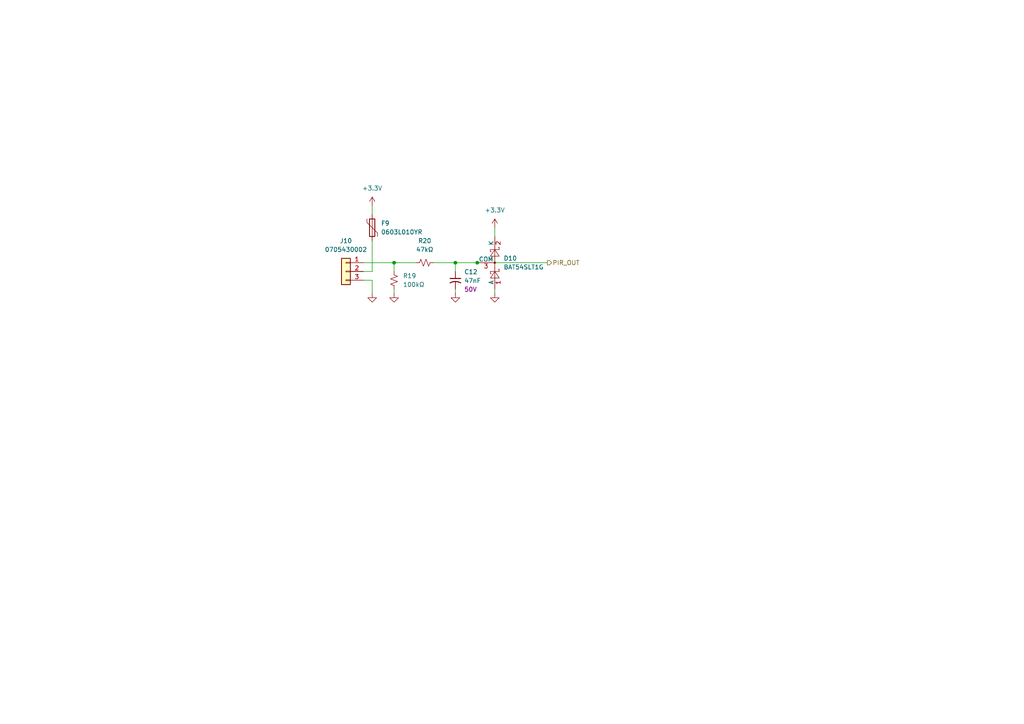
<source format=kicad_sch>
(kicad_sch
	(version 20250114)
	(generator "eeschema")
	(generator_version "9.0")
	(uuid "df93bdb5-c86d-404a-8333-1be8da90502b")
	(paper "A4")
	(lib_symbols
		(symbol "!Capacitor-0603:47nF_X7R_50V"
			(pin_numbers
				(hide yes)
			)
			(pin_names
				(offset 0.254)
				(hide yes)
			)
			(exclude_from_sim no)
			(in_bom yes)
			(on_board yes)
			(property "Reference" "C"
				(at 2.032 1.778 0)
				(effects
					(font
						(size 1.27 1.27)
					)
					(justify left)
				)
			)
			(property "Value" "47nF"
				(at 2.032 0 0)
				(effects
					(font
						(size 1.27 1.27)
					)
					(justify left)
				)
			)
			(property "Footprint" "Capacitor_SMD:C_0603_1608Metric"
				(at 0 0 0)
				(effects
					(font
						(size 1.27 1.27)
					)
					(hide yes)
				)
			)
			(property "Datasheet" "https://www.lcsc.com/datasheet/lcsc_datasheet_2304140030_Samsung-Electro-Mechanics-CL10B473KB8NNNC_C1622.pdf"
				(at 0 0 0)
				(effects
					(font
						(size 1.27 1.27)
					)
					(hide yes)
				)
			)
			(property "Description" "47nF 50V X7R ±10%"
				(at 0 0 0)
				(effects
					(font
						(size 1.27 1.27)
					)
					(hide yes)
				)
			)
			(property "Tempco" "X7R"
				(at 2.032 -3.556 0)
				(effects
					(font
						(size 1.27 1.27)
					)
					(justify left)
					(hide yes)
				)
			)
			(property "Voltage" "50V"
				(at 2.032 -1.778 0)
				(effects
					(font
						(size 1.27 1.27)
					)
					(justify left)
				)
			)
			(property "Package" "603"
				(at 2.032 -5.334 0)
				(effects
					(font
						(size 1.27 1.27)
					)
					(justify left)
					(hide yes)
				)
			)
			(property "JLCPCB PN" "C1622"
				(at 0 0 0)
				(effects
					(font
						(size 1.27 1.27)
					)
					(hide yes)
				)
			)
			(property "Tolerance" "±10%"
				(at 0 0 0)
				(effects
					(font
						(size 1.27 1.27)
					)
					(hide yes)
				)
			)
			(property "ki_keywords" "cap capacitor basic"
				(at 0 0 0)
				(effects
					(font
						(size 1.27 1.27)
					)
					(hide yes)
				)
			)
			(property "ki_fp_filters" "C_*"
				(at 0 0 0)
				(effects
					(font
						(size 1.27 1.27)
					)
					(hide yes)
				)
			)
			(symbol "47nF_X7R_50V_0_1"
				(polyline
					(pts
						(xy -1.524 0.508) (xy 1.524 0.508)
					)
					(stroke
						(width 0.3048)
						(type default)
					)
					(fill
						(type none)
					)
				)
				(arc
					(start -1.524 -0.762)
					(mid 0 -0.3734)
					(end 1.524 -0.762)
					(stroke
						(width 0.3048)
						(type default)
					)
					(fill
						(type none)
					)
				)
			)
			(symbol "47nF_X7R_50V_1_1"
				(pin passive line
					(at 0 2.54 270)
					(length 2.032)
					(name "~"
						(effects
							(font
								(size 1.27 1.27)
							)
						)
					)
					(number "1"
						(effects
							(font
								(size 1.27 1.27)
							)
						)
					)
				)
				(pin passive line
					(at 0 -2.54 90)
					(length 2.032)
					(name "~"
						(effects
							(font
								(size 1.27 1.27)
							)
						)
					)
					(number "2"
						(effects
							(font
								(size 1.27 1.27)
							)
						)
					)
				)
			)
			(embedded_fonts no)
		)
		(symbol "!Circuit Protection-Resettable Fuse:0603L010YR"
			(pin_numbers
				(hide yes)
			)
			(pin_names
				(offset 0)
			)
			(exclude_from_sim no)
			(in_bom yes)
			(on_board yes)
			(property "Reference" "F"
				(at -2.54 0 90)
				(effects
					(font
						(size 1.27 1.27)
					)
				)
			)
			(property "Value" "0603L010YR"
				(at 2.54 0 90)
				(effects
					(font
						(size 1.27 1.27)
					)
				)
			)
			(property "Footprint" "Fuse:Fuse_0603_1608Metric"
				(at 1.27 -5.08 0)
				(effects
					(font
						(size 1.27 1.27)
					)
					(justify left)
					(hide yes)
				)
			)
			(property "Datasheet" "https://www.littelfuse.com/assetdocs/resettable-ptcs-0603l-datasheet?assetguid=879563f9-97a7-4e71-adba-37de085b333f"
				(at 0 0 0)
				(effects
					(font
						(size 1.27 1.27)
					)
					(hide yes)
				)
			)
			(property "Description" "Polymeric PTC Resettable Fuse 15V 100 mA Ih Surface Mount 0603 (1608 Metric), Concave"
				(at 0 0 0)
				(effects
					(font
						(size 1.27 1.27)
					)
					(hide yes)
				)
			)
			(property "JLCPCB PN" "C3015223"
				(at 0 0 0)
				(effects
					(font
						(size 1.27 1.27)
					)
					(hide yes)
				)
			)
			(property "DigiKey" "F2900CT-ND"
				(at 0 0 0)
				(effects
					(font
						(size 1.27 1.27)
					)
					(hide yes)
				)
			)
			(property "ki_keywords" "resettable fuse PTC PPTC polyfuse polyswitch"
				(at 0 0 0)
				(effects
					(font
						(size 1.27 1.27)
					)
					(hide yes)
				)
			)
			(property "ki_fp_filters" "Fuse:Fuse_*"
				(at 0 0 0)
				(effects
					(font
						(size 1.27 1.27)
					)
					(hide yes)
				)
			)
			(symbol "0603L010YR_0_1"
				(polyline
					(pts
						(xy -1.524 2.54) (xy -1.524 1.524) (xy 1.524 -1.524) (xy 1.524 -2.54)
					)
					(stroke
						(width 0)
						(type default)
					)
					(fill
						(type none)
					)
				)
				(rectangle
					(start -0.762 2.54)
					(end 0.762 -2.54)
					(stroke
						(width 0.254)
						(type default)
					)
					(fill
						(type none)
					)
				)
				(polyline
					(pts
						(xy 0 2.54) (xy 0 -2.54)
					)
					(stroke
						(width 0)
						(type default)
					)
					(fill
						(type none)
					)
				)
			)
			(symbol "0603L010YR_1_1"
				(pin passive line
					(at 0 3.81 270)
					(length 1.27)
					(name "~"
						(effects
							(font
								(size 1.27 1.27)
							)
						)
					)
					(number "1"
						(effects
							(font
								(size 1.27 1.27)
							)
						)
					)
				)
				(pin passive line
					(at 0 -3.81 90)
					(length 1.27)
					(name "~"
						(effects
							(font
								(size 1.27 1.27)
							)
						)
					)
					(number "2"
						(effects
							(font
								(size 1.27 1.27)
							)
						)
					)
				)
			)
			(embedded_fonts no)
		)
		(symbol "!Connectors-Header:0705430002"
			(pin_names
				(offset 1.016)
				(hide yes)
			)
			(exclude_from_sim no)
			(in_bom yes)
			(on_board yes)
			(property "Reference" "J"
				(at 0 5.08 0)
				(effects
					(font
						(size 1.27 1.27)
					)
				)
			)
			(property "Value" "0705430002"
				(at 0 -5.08 0)
				(effects
					(font
						(size 1.27 1.27)
					)
				)
			)
			(property "Footprint" "!Connectors:molex_705430002"
				(at 0 0 0)
				(effects
					(font
						(size 1.27 1.27)
					)
					(hide yes)
				)
			)
			(property "Datasheet" "https://www.molex.com/pdm_docs/sd/705430001_sd.pdf"
				(at 0 0 0)
				(effects
					(font
						(size 1.27 1.27)
					)
					(hide yes)
				)
			)
			(property "Description" "Connector Header Through Hole 3 position 0.100\" (2.54mm)"
				(at 0 0 0)
				(effects
					(font
						(size 1.27 1.27)
					)
					(hide yes)
				)
			)
			(property "JLCPCB PN" "C504828"
				(at 0 0 0)
				(effects
					(font
						(size 1.27 1.27)
					)
					(hide yes)
				)
			)
			(property "DigiKey" "WM4801-ND"
				(at 0 0 0)
				(effects
					(font
						(size 1.27 1.27)
					)
					(hide yes)
				)
			)
			(property "FT Rotation Offset" "90"
				(at 0 0 0)
				(effects
					(font
						(size 1.27 1.27)
					)
					(hide yes)
				)
			)
			(property "ki_keywords" "connector"
				(at 0 0 0)
				(effects
					(font
						(size 1.27 1.27)
					)
					(hide yes)
				)
			)
			(property "ki_fp_filters" "!Connectors:molex_705430002"
				(at 0 0 0)
				(effects
					(font
						(size 1.27 1.27)
					)
					(hide yes)
				)
			)
			(symbol "0705430002_1_1"
				(rectangle
					(start -1.27 3.81)
					(end 1.27 -3.81)
					(stroke
						(width 0.254)
						(type default)
					)
					(fill
						(type background)
					)
				)
				(rectangle
					(start -1.27 2.667)
					(end 0 2.413)
					(stroke
						(width 0.1524)
						(type default)
					)
					(fill
						(type none)
					)
				)
				(rectangle
					(start -1.27 0.127)
					(end 0 -0.127)
					(stroke
						(width 0.1524)
						(type default)
					)
					(fill
						(type none)
					)
				)
				(rectangle
					(start -1.27 -2.413)
					(end 0 -2.667)
					(stroke
						(width 0.1524)
						(type default)
					)
					(fill
						(type none)
					)
				)
				(pin passive line
					(at -5.08 2.54 0)
					(length 3.81)
					(name "Pin_1"
						(effects
							(font
								(size 1.27 1.27)
							)
						)
					)
					(number "1"
						(effects
							(font
								(size 1.27 1.27)
							)
						)
					)
				)
				(pin passive line
					(at -5.08 0 0)
					(length 3.81)
					(name "Pin_2"
						(effects
							(font
								(size 1.27 1.27)
							)
						)
					)
					(number "2"
						(effects
							(font
								(size 1.27 1.27)
							)
						)
					)
				)
				(pin passive line
					(at -5.08 -2.54 0)
					(length 3.81)
					(name "Pin_3"
						(effects
							(font
								(size 1.27 1.27)
							)
						)
					)
					(number "3"
						(effects
							(font
								(size 1.27 1.27)
							)
						)
					)
				)
			)
			(embedded_fonts no)
		)
		(symbol "!Diode:BAT54SLT1G"
			(pin_names
				(offset 0)
			)
			(exclude_from_sim no)
			(in_bom yes)
			(on_board yes)
			(property "Reference" "D"
				(at 2.54 -5.08 0)
				(effects
					(font
						(size 1.27 1.27)
					)
					(justify left)
				)
			)
			(property "Value" "BAT54SLT1G"
				(at -6.35 3.175 0)
				(effects
					(font
						(size 1.27 1.27)
					)
					(justify left)
				)
			)
			(property "Footprint" "Package_TO_SOT_SMD:SOT-23"
				(at 1.905 3.175 0)
				(effects
					(font
						(size 1.27 1.27)
					)
					(justify left)
					(hide yes)
				)
			)
			(property "Datasheet" "https://www.onsemi.com/pdf/datasheet/bat54slt1-d.pdf"
				(at -3.048 0 0)
				(effects
					(font
						(size 1.27 1.27)
					)
					(hide yes)
				)
			)
			(property "Description" "Diode Array 1 Pair Series Connection 30 V 200mA (DC) Surface Mount TO-236-3, SC-59, SOT-23-3"
				(at 0 0 0)
				(effects
					(font
						(size 1.27 1.27)
					)
					(hide yes)
				)
			)
			(property "JLCPCB PN" "C19726"
				(at 0 0 0)
				(effects
					(font
						(size 1.27 1.27)
					)
					(hide yes)
				)
			)
			(property "DigiKey" "BAT54SLT1GOSCT-ND"
				(at 0 0 0)
				(effects
					(font
						(size 1.27 1.27)
					)
					(hide yes)
				)
			)
			(property "ki_keywords" "schottky diode"
				(at 0 0 0)
				(effects
					(font
						(size 1.27 1.27)
					)
					(hide yes)
				)
			)
			(property "ki_fp_filters" "SOT?23*"
				(at 0 0 0)
				(effects
					(font
						(size 1.27 1.27)
					)
					(hide yes)
				)
			)
			(symbol "BAT54SLT1G_0_1"
				(polyline
					(pts
						(xy -4.445 1.27) (xy -4.445 -1.27) (xy -2.54 0) (xy -4.445 1.27)
					)
					(stroke
						(width 0)
						(type default)
					)
					(fill
						(type none)
					)
				)
				(polyline
					(pts
						(xy -3.81 0) (xy -1.27 0)
					)
					(stroke
						(width 0)
						(type default)
					)
					(fill
						(type none)
					)
				)
				(polyline
					(pts
						(xy -3.175 -1.27) (xy -3.175 -1.016)
					)
					(stroke
						(width 0)
						(type default)
					)
					(fill
						(type none)
					)
				)
				(polyline
					(pts
						(xy -2.54 1.27) (xy -1.905 1.27)
					)
					(stroke
						(width 0)
						(type default)
					)
					(fill
						(type none)
					)
				)
				(polyline
					(pts
						(xy -2.54 -1.27) (xy -3.175 -1.27)
					)
					(stroke
						(width 0)
						(type default)
					)
					(fill
						(type none)
					)
				)
				(polyline
					(pts
						(xy -2.54 -1.27) (xy -2.54 1.27)
					)
					(stroke
						(width 0)
						(type default)
					)
					(fill
						(type none)
					)
				)
				(polyline
					(pts
						(xy -1.905 1.27) (xy -1.905 1.016)
					)
					(stroke
						(width 0)
						(type default)
					)
					(fill
						(type none)
					)
				)
				(polyline
					(pts
						(xy -1.905 0) (xy 1.905 0)
					)
					(stroke
						(width 0)
						(type default)
					)
					(fill
						(type none)
					)
				)
				(circle
					(center 0 0)
					(radius 0.254)
					(stroke
						(width 0)
						(type default)
					)
					(fill
						(type outline)
					)
				)
				(polyline
					(pts
						(xy 1.27 0) (xy 3.81 0)
					)
					(stroke
						(width 0)
						(type default)
					)
					(fill
						(type none)
					)
				)
				(polyline
					(pts
						(xy 1.905 1.27) (xy 1.905 -1.27) (xy 3.81 0) (xy 1.905 1.27)
					)
					(stroke
						(width 0)
						(type default)
					)
					(fill
						(type none)
					)
				)
				(polyline
					(pts
						(xy 3.175 -1.27) (xy 3.175 -1.016)
					)
					(stroke
						(width 0)
						(type default)
					)
					(fill
						(type none)
					)
				)
				(polyline
					(pts
						(xy 3.81 1.27) (xy 4.445 1.27)
					)
					(stroke
						(width 0)
						(type default)
					)
					(fill
						(type none)
					)
				)
				(polyline
					(pts
						(xy 3.81 -1.27) (xy 3.175 -1.27)
					)
					(stroke
						(width 0)
						(type default)
					)
					(fill
						(type none)
					)
				)
				(polyline
					(pts
						(xy 3.81 -1.27) (xy 3.81 1.27)
					)
					(stroke
						(width 0)
						(type default)
					)
					(fill
						(type none)
					)
				)
				(polyline
					(pts
						(xy 4.445 1.27) (xy 4.445 1.016)
					)
					(stroke
						(width 0)
						(type default)
					)
					(fill
						(type none)
					)
				)
			)
			(symbol "BAT54SLT1G_1_1"
				(pin passive line
					(at -7.62 0 0)
					(length 3.81)
					(name "A"
						(effects
							(font
								(size 1.27 1.27)
							)
						)
					)
					(number "1"
						(effects
							(font
								(size 1.27 1.27)
							)
						)
					)
				)
				(pin passive line
					(at 0 -5.08 90)
					(length 5.08)
					(name "COM"
						(effects
							(font
								(size 1.27 1.27)
							)
						)
					)
					(number "3"
						(effects
							(font
								(size 1.27 1.27)
							)
						)
					)
				)
				(pin passive line
					(at 7.62 0 180)
					(length 3.81)
					(name "K"
						(effects
							(font
								(size 1.27 1.27)
							)
						)
					)
					(number "2"
						(effects
							(font
								(size 1.27 1.27)
							)
						)
					)
				)
			)
			(embedded_fonts no)
		)
		(symbol "!Resistor-0603:100kΩ"
			(pin_numbers
				(hide yes)
			)
			(pin_names
				(offset 0.254)
				(hide yes)
			)
			(exclude_from_sim no)
			(in_bom yes)
			(on_board yes)
			(property "Reference" "R"
				(at 1.27 1.27 0)
				(effects
					(font
						(size 1.27 1.27)
					)
					(justify left)
				)
			)
			(property "Value" "100kΩ"
				(at 1.27 -0.508 0)
				(effects
					(font
						(size 1.27 1.27)
					)
					(justify left)
				)
			)
			(property "Footprint" "Resistor_SMD:R_0603_1608Metric"
				(at 0 0 0)
				(effects
					(font
						(size 1.27 1.27)
					)
					(hide yes)
				)
			)
			(property "Datasheet" "https://www.lcsc.com/datasheet/lcsc_datasheet_2206010045_UNI-ROYAL-Uniroyal-Elec-0603WAF1003T5E_C25803.pdf"
				(at 0 0 0)
				(effects
					(font
						(size 1.27 1.27)
					)
					(hide yes)
				)
			)
			(property "Description" "100kΩ 100mW ±1% ±100ppm/℃"
				(at 0 0 0)
				(effects
					(font
						(size 1.27 1.27)
					)
					(hide yes)
				)
			)
			(property "Tolerance" "±1%"
				(at 1.27 -4.064 0)
				(effects
					(font
						(size 1.27 1.27)
					)
					(justify left)
					(hide yes)
				)
			)
			(property "Package" "603"
				(at 1.27 -2.286 0)
				(effects
					(font
						(size 1.27 1.27)
					)
					(justify left)
					(hide yes)
				)
			)
			(property "JLCPCB PN" "C25803"
				(at 0 0 0)
				(effects
					(font
						(size 1.27 1.27)
					)
					(hide yes)
				)
			)
			(property "Power" "100mW"
				(at 0 0 0)
				(effects
					(font
						(size 1.27 1.27)
					)
					(hide yes)
				)
			)
			(property "Tempco" "±100ppm/℃"
				(at 0 0 0)
				(effects
					(font
						(size 1.27 1.27)
					)
					(hide yes)
				)
			)
			(property "ki_keywords" "r resistor basic"
				(at 0 0 0)
				(effects
					(font
						(size 1.27 1.27)
					)
					(hide yes)
				)
			)
			(property "ki_fp_filters" "R_*"
				(at 0 0 0)
				(effects
					(font
						(size 1.27 1.27)
					)
					(hide yes)
				)
			)
			(symbol "100kΩ_1_1"
				(polyline
					(pts
						(xy 0 1.524) (xy 1.016 1.143) (xy 0 0.762) (xy -1.016 0.381) (xy 0 0)
					)
					(stroke
						(width 0)
						(type default)
					)
					(fill
						(type none)
					)
				)
				(polyline
					(pts
						(xy 0 0) (xy 1.016 -0.381) (xy 0 -0.762) (xy -1.016 -1.143) (xy 0 -1.524)
					)
					(stroke
						(width 0)
						(type default)
					)
					(fill
						(type none)
					)
				)
				(pin passive line
					(at 0 2.54 270)
					(length 1.016)
					(name "~"
						(effects
							(font
								(size 1.27 1.27)
							)
						)
					)
					(number "1"
						(effects
							(font
								(size 1.27 1.27)
							)
						)
					)
				)
				(pin passive line
					(at 0 -2.54 90)
					(length 1.016)
					(name "~"
						(effects
							(font
								(size 1.27 1.27)
							)
						)
					)
					(number "2"
						(effects
							(font
								(size 1.27 1.27)
							)
						)
					)
				)
			)
			(embedded_fonts no)
		)
		(symbol "!Resistor-0603:47kΩ"
			(pin_numbers
				(hide yes)
			)
			(pin_names
				(offset 0.254)
				(hide yes)
			)
			(exclude_from_sim no)
			(in_bom yes)
			(on_board yes)
			(property "Reference" "R"
				(at 1.27 1.27 0)
				(effects
					(font
						(size 1.27 1.27)
					)
					(justify left)
				)
			)
			(property "Value" "47kΩ"
				(at 1.27 -0.508 0)
				(effects
					(font
						(size 1.27 1.27)
					)
					(justify left)
				)
			)
			(property "Footprint" "Resistor_SMD:R_0603_1608Metric"
				(at 0 0 0)
				(effects
					(font
						(size 1.27 1.27)
					)
					(hide yes)
				)
			)
			(property "Datasheet" "https://www.lcsc.com/datasheet/lcsc_datasheet_2206010045_UNI-ROYAL-Uniroyal-Elec-0603WAF4702T5E_C25819.pdf"
				(at 0 0 0)
				(effects
					(font
						(size 1.27 1.27)
					)
					(hide yes)
				)
			)
			(property "Description" "47kΩ 100mW ±1% ±100ppm/℃"
				(at 0 0 0)
				(effects
					(font
						(size 1.27 1.27)
					)
					(hide yes)
				)
			)
			(property "Tolerance" "±1%"
				(at 1.27 -4.064 0)
				(effects
					(font
						(size 1.27 1.27)
					)
					(justify left)
					(hide yes)
				)
			)
			(property "Package" "603"
				(at 1.27 -2.286 0)
				(effects
					(font
						(size 1.27 1.27)
					)
					(justify left)
					(hide yes)
				)
			)
			(property "JLCPCB PN" "C25819"
				(at 0 0 0)
				(effects
					(font
						(size 1.27 1.27)
					)
					(hide yes)
				)
			)
			(property "Power" "100mW"
				(at 0 0 0)
				(effects
					(font
						(size 1.27 1.27)
					)
					(hide yes)
				)
			)
			(property "Tempco" "±100ppm/℃"
				(at 0 0 0)
				(effects
					(font
						(size 1.27 1.27)
					)
					(hide yes)
				)
			)
			(property "ki_keywords" "r resistor basic"
				(at 0 0 0)
				(effects
					(font
						(size 1.27 1.27)
					)
					(hide yes)
				)
			)
			(property "ki_fp_filters" "R_*"
				(at 0 0 0)
				(effects
					(font
						(size 1.27 1.27)
					)
					(hide yes)
				)
			)
			(symbol "47kΩ_1_1"
				(polyline
					(pts
						(xy 0 1.524) (xy 1.016 1.143) (xy 0 0.762) (xy -1.016 0.381) (xy 0 0)
					)
					(stroke
						(width 0)
						(type default)
					)
					(fill
						(type none)
					)
				)
				(polyline
					(pts
						(xy 0 0) (xy 1.016 -0.381) (xy 0 -0.762) (xy -1.016 -1.143) (xy 0 -1.524)
					)
					(stroke
						(width 0)
						(type default)
					)
					(fill
						(type none)
					)
				)
				(pin passive line
					(at 0 2.54 270)
					(length 1.016)
					(name "~"
						(effects
							(font
								(size 1.27 1.27)
							)
						)
					)
					(number "1"
						(effects
							(font
								(size 1.27 1.27)
							)
						)
					)
				)
				(pin passive line
					(at 0 -2.54 90)
					(length 1.016)
					(name "~"
						(effects
							(font
								(size 1.27 1.27)
							)
						)
					)
					(number "2"
						(effects
							(font
								(size 1.27 1.27)
							)
						)
					)
				)
			)
			(embedded_fonts no)
		)
		(symbol "power:+3.3V"
			(power)
			(pin_numbers
				(hide yes)
			)
			(pin_names
				(offset 0)
				(hide yes)
			)
			(exclude_from_sim no)
			(in_bom yes)
			(on_board yes)
			(property "Reference" "#PWR"
				(at 0 -3.81 0)
				(effects
					(font
						(size 1.27 1.27)
					)
					(hide yes)
				)
			)
			(property "Value" "+3.3V"
				(at 0 3.556 0)
				(effects
					(font
						(size 1.27 1.27)
					)
				)
			)
			(property "Footprint" ""
				(at 0 0 0)
				(effects
					(font
						(size 1.27 1.27)
					)
					(hide yes)
				)
			)
			(property "Datasheet" ""
				(at 0 0 0)
				(effects
					(font
						(size 1.27 1.27)
					)
					(hide yes)
				)
			)
			(property "Description" "Power symbol creates a global label with name \"+3.3V\""
				(at 0 0 0)
				(effects
					(font
						(size 1.27 1.27)
					)
					(hide yes)
				)
			)
			(property "ki_keywords" "global power"
				(at 0 0 0)
				(effects
					(font
						(size 1.27 1.27)
					)
					(hide yes)
				)
			)
			(symbol "+3.3V_0_1"
				(polyline
					(pts
						(xy -0.762 1.27) (xy 0 2.54)
					)
					(stroke
						(width 0)
						(type default)
					)
					(fill
						(type none)
					)
				)
				(polyline
					(pts
						(xy 0 2.54) (xy 0.762 1.27)
					)
					(stroke
						(width 0)
						(type default)
					)
					(fill
						(type none)
					)
				)
				(polyline
					(pts
						(xy 0 0) (xy 0 2.54)
					)
					(stroke
						(width 0)
						(type default)
					)
					(fill
						(type none)
					)
				)
			)
			(symbol "+3.3V_1_1"
				(pin power_in line
					(at 0 0 90)
					(length 0)
					(name "~"
						(effects
							(font
								(size 1.27 1.27)
							)
						)
					)
					(number "1"
						(effects
							(font
								(size 1.27 1.27)
							)
						)
					)
				)
			)
			(embedded_fonts no)
		)
		(symbol "power:GND"
			(power)
			(pin_numbers
				(hide yes)
			)
			(pin_names
				(offset 0)
				(hide yes)
			)
			(exclude_from_sim no)
			(in_bom yes)
			(on_board yes)
			(property "Reference" "#PWR"
				(at 0 -6.35 0)
				(effects
					(font
						(size 1.27 1.27)
					)
					(hide yes)
				)
			)
			(property "Value" "GND"
				(at 0 -3.81 0)
				(effects
					(font
						(size 1.27 1.27)
					)
				)
			)
			(property "Footprint" ""
				(at 0 0 0)
				(effects
					(font
						(size 1.27 1.27)
					)
					(hide yes)
				)
			)
			(property "Datasheet" ""
				(at 0 0 0)
				(effects
					(font
						(size 1.27 1.27)
					)
					(hide yes)
				)
			)
			(property "Description" "Power symbol creates a global label with name \"GND\" , ground"
				(at 0 0 0)
				(effects
					(font
						(size 1.27 1.27)
					)
					(hide yes)
				)
			)
			(property "ki_keywords" "global power"
				(at 0 0 0)
				(effects
					(font
						(size 1.27 1.27)
					)
					(hide yes)
				)
			)
			(symbol "GND_0_1"
				(polyline
					(pts
						(xy 0 0) (xy 0 -1.27) (xy 1.27 -1.27) (xy 0 -2.54) (xy -1.27 -1.27) (xy 0 -1.27)
					)
					(stroke
						(width 0)
						(type default)
					)
					(fill
						(type none)
					)
				)
			)
			(symbol "GND_1_1"
				(pin power_in line
					(at 0 0 270)
					(length 0)
					(name "~"
						(effects
							(font
								(size 1.27 1.27)
							)
						)
					)
					(number "1"
						(effects
							(font
								(size 1.27 1.27)
							)
						)
					)
				)
			)
			(embedded_fonts no)
		)
	)
	(junction
		(at 132.08 76.2)
		(diameter 0)
		(color 0 0 0 0)
		(uuid "6153fbac-106a-4889-a86e-79a27bf22aea")
	)
	(junction
		(at 114.3 76.2)
		(diameter 0)
		(color 0 0 0 0)
		(uuid "a712f49d-c3e1-49ee-b2f4-eba4d40f75ca")
	)
	(junction
		(at 138.43 76.2)
		(diameter 0)
		(color 0 0 0 0)
		(uuid "ca323fb5-a27f-4c4a-bb44-ca3cfef1d16a")
	)
	(wire
		(pts
			(xy 138.43 76.2) (xy 158.75 76.2)
		)
		(stroke
			(width 0)
			(type default)
		)
		(uuid "182f9a66-3369-45ab-bd30-c4269f684376")
	)
	(wire
		(pts
			(xy 114.3 76.2) (xy 114.3 78.74)
		)
		(stroke
			(width 0)
			(type default)
		)
		(uuid "22823ccf-e52a-466c-a443-05909a848611")
	)
	(wire
		(pts
			(xy 125.73 76.2) (xy 132.08 76.2)
		)
		(stroke
			(width 0)
			(type default)
		)
		(uuid "2a37389a-a25c-4435-bc94-8b5830fcf94a")
	)
	(wire
		(pts
			(xy 107.95 78.74) (xy 105.41 78.74)
		)
		(stroke
			(width 0)
			(type default)
		)
		(uuid "65f88584-ccb3-4737-8348-30d7d8a6b6fc")
	)
	(wire
		(pts
			(xy 143.51 83.82) (xy 143.51 85.09)
		)
		(stroke
			(width 0)
			(type default)
		)
		(uuid "780183d5-b9b1-4d6a-8ef2-0cf1ae6c9bdf")
	)
	(wire
		(pts
			(xy 114.3 76.2) (xy 120.65 76.2)
		)
		(stroke
			(width 0)
			(type default)
		)
		(uuid "8a7c797a-b34a-42e3-8c8f-a6ce1655624e")
	)
	(wire
		(pts
			(xy 107.95 81.28) (xy 107.95 85.09)
		)
		(stroke
			(width 0)
			(type default)
		)
		(uuid "8b08972b-7384-40ee-8730-44e1e4396083")
	)
	(wire
		(pts
			(xy 105.41 81.28) (xy 107.95 81.28)
		)
		(stroke
			(width 0)
			(type default)
		)
		(uuid "aa74c60b-4489-487a-962c-d2c1998cf3f7")
	)
	(wire
		(pts
			(xy 132.08 76.2) (xy 138.43 76.2)
		)
		(stroke
			(width 0)
			(type default)
		)
		(uuid "b3c5b7a9-8ae3-4add-b509-2b136a7dbf0a")
	)
	(wire
		(pts
			(xy 107.95 59.69) (xy 107.95 62.23)
		)
		(stroke
			(width 0)
			(type default)
		)
		(uuid "b3c914c7-f4af-4570-86cc-86551a820506")
	)
	(wire
		(pts
			(xy 114.3 83.82) (xy 114.3 85.09)
		)
		(stroke
			(width 0)
			(type default)
		)
		(uuid "d27b970b-80c8-4ff6-9731-5cbe7c81b576")
	)
	(wire
		(pts
			(xy 132.08 83.82) (xy 132.08 85.09)
		)
		(stroke
			(width 0)
			(type default)
		)
		(uuid "eabad576-1783-4538-992f-5fe9c89b635a")
	)
	(wire
		(pts
			(xy 105.41 76.2) (xy 114.3 76.2)
		)
		(stroke
			(width 0)
			(type default)
		)
		(uuid "eb21672b-43ac-44e1-b4a4-0a8940f986df")
	)
	(wire
		(pts
			(xy 143.51 66.04) (xy 143.51 68.58)
		)
		(stroke
			(width 0)
			(type default)
		)
		(uuid "ec2a6aa7-837d-457c-83f3-349bb19cdd28")
	)
	(wire
		(pts
			(xy 107.95 69.85) (xy 107.95 78.74)
		)
		(stroke
			(width 0)
			(type default)
		)
		(uuid "f076b85f-61ca-4201-9c5a-dc283b278514")
	)
	(wire
		(pts
			(xy 132.08 76.2) (xy 132.08 78.74)
		)
		(stroke
			(width 0)
			(type default)
		)
		(uuid "f1590e80-652d-4822-a6e2-1f1b0c5ddbcb")
	)
	(hierarchical_label "PIR_OUT"
		(shape output)
		(at 158.75 76.2 0)
		(effects
			(font
				(size 1.27 1.27)
			)
			(justify left)
		)
		(uuid "20c527a1-cad8-4c39-be52-d76515e15c61")
	)
	(symbol
		(lib_id "!Resistor-0603:47kΩ")
		(at 123.19 76.2 90)
		(unit 1)
		(exclude_from_sim no)
		(in_bom yes)
		(on_board yes)
		(dnp no)
		(fields_autoplaced yes)
		(uuid "39a30d34-7e97-4ebc-9be0-48df1a6934c6")
		(property "Reference" "R12"
			(at 123.19 69.85 90)
			(effects
				(font
					(size 1.27 1.27)
				)
			)
		)
		(property "Value" "47kΩ"
			(at 123.19 72.39 90)
			(effects
				(font
					(size 1.27 1.27)
				)
			)
		)
		(property "Footprint" "Resistor_SMD:R_0603_1608Metric"
			(at 123.19 76.2 0)
			(effects
				(font
					(size 1.27 1.27)
				)
				(hide yes)
			)
		)
		(property "Datasheet" "https://www.lcsc.com/datasheet/lcsc_datasheet_2206010045_UNI-ROYAL-Uniroyal-Elec-0603WAF4702T5E_C25819.pdf"
			(at 123.19 76.2 0)
			(effects
				(font
					(size 1.27 1.27)
				)
				(hide yes)
			)
		)
		(property "Description" "47kΩ 100mW ±1% ±100ppm/℃"
			(at 123.19 76.2 0)
			(effects
				(font
					(size 1.27 1.27)
				)
				(hide yes)
			)
		)
		(property "Tolerance" "±1%"
			(at 127.254 74.93 0)
			(effects
				(font
					(size 1.27 1.27)
				)
				(justify left)
				(hide yes)
			)
		)
		(property "Package" "603"
			(at 125.476 74.93 0)
			(effects
				(font
					(size 1.27 1.27)
				)
				(justify left)
				(hide yes)
			)
		)
		(property "JLCPCB PN" "C25819"
			(at 123.19 76.2 0)
			(effects
				(font
					(size 1.27 1.27)
				)
				(hide yes)
			)
		)
		(property "Power" "100mW"
			(at 123.19 76.2 0)
			(effects
				(font
					(size 1.27 1.27)
				)
				(hide yes)
			)
		)
		(property "Tempco" "±100ppm/℃"
			(at 123.19 76.2 0)
			(effects
				(font
					(size 1.27 1.27)
				)
				(hide yes)
			)
		)
		(pin "1"
			(uuid "20152fcb-c5f2-4710-820c-b07060708c17")
		)
		(pin "2"
			(uuid "383b8b5a-500e-4e1c-b65f-d365f79be32d")
		)
		(instances
			(project "under-bed-lighting"
				(path "/539bcff6-33eb-4388-b0b8-7341b324bbe7/1884ca5f-ffd7-4cd7-ae57-493efe65856a"
					(reference "R20")
					(unit 1)
				)
				(path "/539bcff6-33eb-4388-b0b8-7341b324bbe7/1b30d5d1-c7ce-4991-ac4b-e4aae37c7787"
					(reference "R18")
					(unit 1)
				)
				(path "/539bcff6-33eb-4388-b0b8-7341b324bbe7/36f99b5d-164b-4c9c-b838-1686815c3f23"
					(reference "R14")
					(unit 1)
				)
				(path "/539bcff6-33eb-4388-b0b8-7341b324bbe7/3e3f761e-8c23-4276-997d-14ca856cb1ab"
					(reference "R16")
					(unit 1)
				)
				(path "/539bcff6-33eb-4388-b0b8-7341b324bbe7/9e0f17f3-a953-4207-ac6d-a55a91ba65fa"
					(reference "R12")
					(unit 1)
				)
			)
		)
	)
	(symbol
		(lib_id "power:GND")
		(at 132.08 85.09 0)
		(unit 1)
		(exclude_from_sim no)
		(in_bom yes)
		(on_board yes)
		(dnp no)
		(uuid "725f68ad-ca34-4e1e-b220-c239082540ee")
		(property "Reference" "#PWR035"
			(at 132.08 91.44 0)
			(effects
				(font
					(size 1.27 1.27)
				)
				(hide yes)
			)
		)
		(property "Value" "GND"
			(at 132.08 88.9 0)
			(effects
				(font
					(size 1.27 1.27)
				)
				(hide yes)
			)
		)
		(property "Footprint" ""
			(at 132.08 85.09 0)
			(effects
				(font
					(size 1.27 1.27)
				)
				(hide yes)
			)
		)
		(property "Datasheet" ""
			(at 132.08 85.09 0)
			(effects
				(font
					(size 1.27 1.27)
				)
				(hide yes)
			)
		)
		(property "Description" "Power symbol creates a global label with name \"GND\" , ground"
			(at 132.08 85.09 0)
			(effects
				(font
					(size 1.27 1.27)
				)
				(hide yes)
			)
		)
		(pin "1"
			(uuid "4dab4502-2a39-41cf-8d80-921b4717c191")
		)
		(instances
			(project "under-bed-lighting"
				(path "/539bcff6-33eb-4388-b0b8-7341b324bbe7/1884ca5f-ffd7-4cd7-ae57-493efe65856a"
					(reference "#PWR059")
					(unit 1)
				)
				(path "/539bcff6-33eb-4388-b0b8-7341b324bbe7/1b30d5d1-c7ce-4991-ac4b-e4aae37c7787"
					(reference "#PWR053")
					(unit 1)
				)
				(path "/539bcff6-33eb-4388-b0b8-7341b324bbe7/36f99b5d-164b-4c9c-b838-1686815c3f23"
					(reference "#PWR041")
					(unit 1)
				)
				(path "/539bcff6-33eb-4388-b0b8-7341b324bbe7/3e3f761e-8c23-4276-997d-14ca856cb1ab"
					(reference "#PWR047")
					(unit 1)
				)
				(path "/539bcff6-33eb-4388-b0b8-7341b324bbe7/9e0f17f3-a953-4207-ac6d-a55a91ba65fa"
					(reference "#PWR035")
					(unit 1)
				)
			)
		)
	)
	(symbol
		(lib_id "!Circuit Protection-Resettable Fuse:0603L010YR")
		(at 107.95 66.04 0)
		(unit 1)
		(exclude_from_sim no)
		(in_bom yes)
		(on_board yes)
		(dnp no)
		(fields_autoplaced yes)
		(uuid "736862b0-e75d-4d94-8da1-143699f23207")
		(property "Reference" "F5"
			(at 110.49 64.7699 0)
			(effects
				(font
					(size 1.27 1.27)
				)
				(justify left)
			)
		)
		(property "Value" "0603L010YR"
			(at 110.49 67.3099 0)
			(effects
				(font
					(size 1.27 1.27)
				)
				(justify left)
			)
		)
		(property "Footprint" "Fuse:Fuse_0603_1608Metric"
			(at 109.22 71.12 0)
			(effects
				(font
					(size 1.27 1.27)
				)
				(justify left)
				(hide yes)
			)
		)
		(property "Datasheet" "https://www.littelfuse.com/assetdocs/resettable-ptcs-0603l-datasheet?assetguid=879563f9-97a7-4e71-adba-37de085b333f"
			(at 107.95 66.04 0)
			(effects
				(font
					(size 1.27 1.27)
				)
				(hide yes)
			)
		)
		(property "Description" "Polymeric PTC Resettable Fuse 15V 100 mA Ih Surface Mount 0603 (1608 Metric), Concave"
			(at 107.95 66.04 0)
			(effects
				(font
					(size 1.27 1.27)
				)
				(hide yes)
			)
		)
		(property "JLCPCB PN" "C3015223"
			(at 107.95 66.04 0)
			(effects
				(font
					(size 1.27 1.27)
				)
				(hide yes)
			)
		)
		(property "DigiKey" "F2900CT-ND"
			(at 107.95 66.04 0)
			(effects
				(font
					(size 1.27 1.27)
				)
				(hide yes)
			)
		)
		(pin "1"
			(uuid "4b475a32-009e-432d-a669-94153e0b4744")
		)
		(pin "2"
			(uuid "cc9a47e8-80e0-45a8-b2b2-043768f52e78")
		)
		(instances
			(project "under-bed-lighting"
				(path "/539bcff6-33eb-4388-b0b8-7341b324bbe7/1884ca5f-ffd7-4cd7-ae57-493efe65856a"
					(reference "F9")
					(unit 1)
				)
				(path "/539bcff6-33eb-4388-b0b8-7341b324bbe7/1b30d5d1-c7ce-4991-ac4b-e4aae37c7787"
					(reference "F8")
					(unit 1)
				)
				(path "/539bcff6-33eb-4388-b0b8-7341b324bbe7/36f99b5d-164b-4c9c-b838-1686815c3f23"
					(reference "F6")
					(unit 1)
				)
				(path "/539bcff6-33eb-4388-b0b8-7341b324bbe7/3e3f761e-8c23-4276-997d-14ca856cb1ab"
					(reference "F7")
					(unit 1)
				)
				(path "/539bcff6-33eb-4388-b0b8-7341b324bbe7/9e0f17f3-a953-4207-ac6d-a55a91ba65fa"
					(reference "F5")
					(unit 1)
				)
			)
		)
	)
	(symbol
		(lib_id "!Diode:BAT54SLT1G")
		(at 143.51 76.2 270)
		(mirror x)
		(unit 1)
		(exclude_from_sim no)
		(in_bom yes)
		(on_board yes)
		(dnp no)
		(uuid "7a22f46a-1562-404b-847f-8215f79031bd")
		(property "Reference" "D6"
			(at 146.05 74.9299 90)
			(effects
				(font
					(size 1.27 1.27)
				)
				(justify left)
			)
		)
		(property "Value" "BAT54SLT1G"
			(at 146.05 77.4699 90)
			(effects
				(font
					(size 1.27 1.27)
				)
				(justify left)
			)
		)
		(property "Footprint" "Package_TO_SOT_SMD:SOT-23"
			(at 146.685 74.295 0)
			(effects
				(font
					(size 1.27 1.27)
				)
				(justify left)
				(hide yes)
			)
		)
		(property "Datasheet" "https://www.onsemi.com/pdf/datasheet/bat54slt1-d.pdf"
			(at 143.51 79.248 0)
			(effects
				(font
					(size 1.27 1.27)
				)
				(hide yes)
			)
		)
		(property "Description" "Diode Array 1 Pair Series Connection 30 V 200mA (DC) Surface Mount TO-236-3, SC-59, SOT-23-3"
			(at 143.51 76.2 0)
			(effects
				(font
					(size 1.27 1.27)
				)
				(hide yes)
			)
		)
		(property "JLCPCB PN" "C19726"
			(at 143.51 76.2 0)
			(effects
				(font
					(size 1.27 1.27)
				)
				(hide yes)
			)
		)
		(property "DigiKey" "BAT54SLT1GOSCT-ND"
			(at 143.51 76.2 0)
			(effects
				(font
					(size 1.27 1.27)
				)
				(hide yes)
			)
		)
		(pin "3"
			(uuid "821e1bce-ac6e-408e-8632-7dd53801605b")
		)
		(pin "2"
			(uuid "2148cb56-6213-4fbe-a518-b7fdd4cfde4c")
		)
		(pin "1"
			(uuid "4e959400-beac-4c53-a061-c9324ff0457e")
		)
		(instances
			(project ""
				(path "/539bcff6-33eb-4388-b0b8-7341b324bbe7/1884ca5f-ffd7-4cd7-ae57-493efe65856a"
					(reference "D10")
					(unit 1)
				)
				(path "/539bcff6-33eb-4388-b0b8-7341b324bbe7/1b30d5d1-c7ce-4991-ac4b-e4aae37c7787"
					(reference "D9")
					(unit 1)
				)
				(path "/539bcff6-33eb-4388-b0b8-7341b324bbe7/36f99b5d-164b-4c9c-b838-1686815c3f23"
					(reference "D7")
					(unit 1)
				)
				(path "/539bcff6-33eb-4388-b0b8-7341b324bbe7/3e3f761e-8c23-4276-997d-14ca856cb1ab"
					(reference "D8")
					(unit 1)
				)
				(path "/539bcff6-33eb-4388-b0b8-7341b324bbe7/9e0f17f3-a953-4207-ac6d-a55a91ba65fa"
					(reference "D6")
					(unit 1)
				)
			)
		)
	)
	(symbol
		(lib_id "power:+3.3V")
		(at 107.95 59.69 0)
		(unit 1)
		(exclude_from_sim no)
		(in_bom yes)
		(on_board yes)
		(dnp no)
		(fields_autoplaced yes)
		(uuid "80bb2432-83e1-4ba3-83f9-85fa43aa4882")
		(property "Reference" "#PWR032"
			(at 107.95 63.5 0)
			(effects
				(font
					(size 1.27 1.27)
				)
				(hide yes)
			)
		)
		(property "Value" "+3.3V"
			(at 107.95 54.61 0)
			(effects
				(font
					(size 1.27 1.27)
				)
			)
		)
		(property "Footprint" ""
			(at 107.95 59.69 0)
			(effects
				(font
					(size 1.27 1.27)
				)
				(hide yes)
			)
		)
		(property "Datasheet" ""
			(at 107.95 59.69 0)
			(effects
				(font
					(size 1.27 1.27)
				)
				(hide yes)
			)
		)
		(property "Description" "Power symbol creates a global label with name \"+3.3V\""
			(at 107.95 59.69 0)
			(effects
				(font
					(size 1.27 1.27)
				)
				(hide yes)
			)
		)
		(pin "1"
			(uuid "0fae0ce5-e1ab-4c3d-9708-73e9f11fe4b2")
		)
		(instances
			(project "under-bed-lighting"
				(path "/539bcff6-33eb-4388-b0b8-7341b324bbe7/1884ca5f-ffd7-4cd7-ae57-493efe65856a"
					(reference "#PWR056")
					(unit 1)
				)
				(path "/539bcff6-33eb-4388-b0b8-7341b324bbe7/1b30d5d1-c7ce-4991-ac4b-e4aae37c7787"
					(reference "#PWR050")
					(unit 1)
				)
				(path "/539bcff6-33eb-4388-b0b8-7341b324bbe7/36f99b5d-164b-4c9c-b838-1686815c3f23"
					(reference "#PWR038")
					(unit 1)
				)
				(path "/539bcff6-33eb-4388-b0b8-7341b324bbe7/3e3f761e-8c23-4276-997d-14ca856cb1ab"
					(reference "#PWR044")
					(unit 1)
				)
				(path "/539bcff6-33eb-4388-b0b8-7341b324bbe7/9e0f17f3-a953-4207-ac6d-a55a91ba65fa"
					(reference "#PWR032")
					(unit 1)
				)
			)
		)
	)
	(symbol
		(lib_id "!Resistor-0603:100kΩ")
		(at 114.3 81.28 0)
		(unit 1)
		(exclude_from_sim no)
		(in_bom yes)
		(on_board yes)
		(dnp no)
		(fields_autoplaced yes)
		(uuid "86cf8e25-e580-4ab1-8ba7-487fcc2b6c7e")
		(property "Reference" "R11"
			(at 116.84 80.0099 0)
			(effects
				(font
					(size 1.27 1.27)
				)
				(justify left)
			)
		)
		(property "Value" "100kΩ"
			(at 116.84 82.5499 0)
			(effects
				(font
					(size 1.27 1.27)
				)
				(justify left)
			)
		)
		(property "Footprint" "Resistor_SMD:R_0603_1608Metric"
			(at 114.3 81.28 0)
			(effects
				(font
					(size 1.27 1.27)
				)
				(hide yes)
			)
		)
		(property "Datasheet" "https://www.lcsc.com/datasheet/lcsc_datasheet_2206010045_UNI-ROYAL-Uniroyal-Elec-0603WAF1003T5E_C25803.pdf"
			(at 114.3 81.28 0)
			(effects
				(font
					(size 1.27 1.27)
				)
				(hide yes)
			)
		)
		(property "Description" "100kΩ 100mW ±1% ±100ppm/℃"
			(at 114.3 81.28 0)
			(effects
				(font
					(size 1.27 1.27)
				)
				(hide yes)
			)
		)
		(property "Tolerance" "±1%"
			(at 115.57 85.344 0)
			(effects
				(font
					(size 1.27 1.27)
				)
				(justify left)
				(hide yes)
			)
		)
		(property "Package" "603"
			(at 115.57 83.566 0)
			(effects
				(font
					(size 1.27 1.27)
				)
				(justify left)
				(hide yes)
			)
		)
		(property "JLCPCB PN" "C25803"
			(at 114.3 81.28 0)
			(effects
				(font
					(size 1.27 1.27)
				)
				(hide yes)
			)
		)
		(property "Power" "100mW"
			(at 114.3 81.28 0)
			(effects
				(font
					(size 1.27 1.27)
				)
				(hide yes)
			)
		)
		(property "Tempco" "±100ppm/℃"
			(at 114.3 81.28 0)
			(effects
				(font
					(size 1.27 1.27)
				)
				(hide yes)
			)
		)
		(pin "1"
			(uuid "6d1c8754-1a65-47d0-a89c-deaa75769ebf")
		)
		(pin "2"
			(uuid "3862b375-e747-45a4-9354-d13b273ab545")
		)
		(instances
			(project ""
				(path "/539bcff6-33eb-4388-b0b8-7341b324bbe7/1884ca5f-ffd7-4cd7-ae57-493efe65856a"
					(reference "R19")
					(unit 1)
				)
				(path "/539bcff6-33eb-4388-b0b8-7341b324bbe7/1b30d5d1-c7ce-4991-ac4b-e4aae37c7787"
					(reference "R17")
					(unit 1)
				)
				(path "/539bcff6-33eb-4388-b0b8-7341b324bbe7/36f99b5d-164b-4c9c-b838-1686815c3f23"
					(reference "R13")
					(unit 1)
				)
				(path "/539bcff6-33eb-4388-b0b8-7341b324bbe7/3e3f761e-8c23-4276-997d-14ca856cb1ab"
					(reference "R15")
					(unit 1)
				)
				(path "/539bcff6-33eb-4388-b0b8-7341b324bbe7/9e0f17f3-a953-4207-ac6d-a55a91ba65fa"
					(reference "R11")
					(unit 1)
				)
			)
		)
	)
	(symbol
		(lib_id "power:GND")
		(at 143.51 85.09 0)
		(unit 1)
		(exclude_from_sim no)
		(in_bom yes)
		(on_board yes)
		(dnp no)
		(uuid "88357715-14ac-4876-afec-92ee6479021f")
		(property "Reference" "#PWR037"
			(at 143.51 91.44 0)
			(effects
				(font
					(size 1.27 1.27)
				)
				(hide yes)
			)
		)
		(property "Value" "GND"
			(at 143.51 88.9 0)
			(effects
				(font
					(size 1.27 1.27)
				)
				(hide yes)
			)
		)
		(property "Footprint" ""
			(at 143.51 85.09 0)
			(effects
				(font
					(size 1.27 1.27)
				)
				(hide yes)
			)
		)
		(property "Datasheet" ""
			(at 143.51 85.09 0)
			(effects
				(font
					(size 1.27 1.27)
				)
				(hide yes)
			)
		)
		(property "Description" "Power symbol creates a global label with name \"GND\" , ground"
			(at 143.51 85.09 0)
			(effects
				(font
					(size 1.27 1.27)
				)
				(hide yes)
			)
		)
		(pin "1"
			(uuid "b963a138-46c5-4444-bb6a-b82d92f0059d")
		)
		(instances
			(project "under-bed-lighting"
				(path "/539bcff6-33eb-4388-b0b8-7341b324bbe7/1884ca5f-ffd7-4cd7-ae57-493efe65856a"
					(reference "#PWR061")
					(unit 1)
				)
				(path "/539bcff6-33eb-4388-b0b8-7341b324bbe7/1b30d5d1-c7ce-4991-ac4b-e4aae37c7787"
					(reference "#PWR055")
					(unit 1)
				)
				(path "/539bcff6-33eb-4388-b0b8-7341b324bbe7/36f99b5d-164b-4c9c-b838-1686815c3f23"
					(reference "#PWR043")
					(unit 1)
				)
				(path "/539bcff6-33eb-4388-b0b8-7341b324bbe7/3e3f761e-8c23-4276-997d-14ca856cb1ab"
					(reference "#PWR049")
					(unit 1)
				)
				(path "/539bcff6-33eb-4388-b0b8-7341b324bbe7/9e0f17f3-a953-4207-ac6d-a55a91ba65fa"
					(reference "#PWR037")
					(unit 1)
				)
			)
		)
	)
	(symbol
		(lib_id "!Capacitor-0603:47nF_X7R_50V")
		(at 132.08 81.28 0)
		(unit 1)
		(exclude_from_sim no)
		(in_bom yes)
		(on_board yes)
		(dnp no)
		(fields_autoplaced yes)
		(uuid "a3ecfce8-8fa7-4f62-8fbe-48aa5ab0fcad")
		(property "Reference" "C8"
			(at 134.62 78.8669 0)
			(effects
				(font
					(size 1.27 1.27)
				)
				(justify left)
			)
		)
		(property "Value" "47nF"
			(at 134.62 81.4069 0)
			(effects
				(font
					(size 1.27 1.27)
				)
				(justify left)
			)
		)
		(property "Footprint" "Capacitor_SMD:C_0603_1608Metric"
			(at 132.08 81.28 0)
			(effects
				(font
					(size 1.27 1.27)
				)
				(hide yes)
			)
		)
		(property "Datasheet" "https://www.lcsc.com/datasheet/lcsc_datasheet_2304140030_Samsung-Electro-Mechanics-CL10B473KB8NNNC_C1622.pdf"
			(at 132.08 81.28 0)
			(effects
				(font
					(size 1.27 1.27)
				)
				(hide yes)
			)
		)
		(property "Description" "47nF 50V X7R ±10%"
			(at 132.08 81.28 0)
			(effects
				(font
					(size 1.27 1.27)
				)
				(hide yes)
			)
		)
		(property "Tempco" "X7R"
			(at 134.112 84.836 0)
			(effects
				(font
					(size 1.27 1.27)
				)
				(justify left)
				(hide yes)
			)
		)
		(property "Voltage" "50V"
			(at 134.62 83.9469 0)
			(effects
				(font
					(size 1.27 1.27)
				)
				(justify left)
			)
		)
		(property "Package" "603"
			(at 134.112 86.614 0)
			(effects
				(font
					(size 1.27 1.27)
				)
				(justify left)
				(hide yes)
			)
		)
		(property "JLCPCB PN" "C1622"
			(at 132.08 81.28 0)
			(effects
				(font
					(size 1.27 1.27)
				)
				(hide yes)
			)
		)
		(property "Tolerance" "±10%"
			(at 132.08 81.28 0)
			(effects
				(font
					(size 1.27 1.27)
				)
				(hide yes)
			)
		)
		(pin "1"
			(uuid "ffc5de9b-201a-4dba-bc0f-227d2c065db0")
		)
		(pin "2"
			(uuid "6902f62f-acc6-442e-909d-31a0e86bc347")
		)
		(instances
			(project "under-bed-lighting"
				(path "/539bcff6-33eb-4388-b0b8-7341b324bbe7/1884ca5f-ffd7-4cd7-ae57-493efe65856a"
					(reference "C12")
					(unit 1)
				)
				(path "/539bcff6-33eb-4388-b0b8-7341b324bbe7/1b30d5d1-c7ce-4991-ac4b-e4aae37c7787"
					(reference "C11")
					(unit 1)
				)
				(path "/539bcff6-33eb-4388-b0b8-7341b324bbe7/36f99b5d-164b-4c9c-b838-1686815c3f23"
					(reference "C9")
					(unit 1)
				)
				(path "/539bcff6-33eb-4388-b0b8-7341b324bbe7/3e3f761e-8c23-4276-997d-14ca856cb1ab"
					(reference "C10")
					(unit 1)
				)
				(path "/539bcff6-33eb-4388-b0b8-7341b324bbe7/9e0f17f3-a953-4207-ac6d-a55a91ba65fa"
					(reference "C8")
					(unit 1)
				)
			)
		)
	)
	(symbol
		(lib_id "power:GND")
		(at 107.95 85.09 0)
		(unit 1)
		(exclude_from_sim no)
		(in_bom yes)
		(on_board yes)
		(dnp no)
		(uuid "a4e8fbb9-7920-46e9-b75e-3c7c5ec5561a")
		(property "Reference" "#PWR033"
			(at 107.95 91.44 0)
			(effects
				(font
					(size 1.27 1.27)
				)
				(hide yes)
			)
		)
		(property "Value" "GND"
			(at 107.95 88.9 0)
			(effects
				(font
					(size 1.27 1.27)
				)
				(hide yes)
			)
		)
		(property "Footprint" ""
			(at 107.95 85.09 0)
			(effects
				(font
					(size 1.27 1.27)
				)
				(hide yes)
			)
		)
		(property "Datasheet" ""
			(at 107.95 85.09 0)
			(effects
				(font
					(size 1.27 1.27)
				)
				(hide yes)
			)
		)
		(property "Description" "Power symbol creates a global label with name \"GND\" , ground"
			(at 107.95 85.09 0)
			(effects
				(font
					(size 1.27 1.27)
				)
				(hide yes)
			)
		)
		(pin "1"
			(uuid "7f4ed1d0-ff4f-481b-8ac3-39d4fa4f83f5")
		)
		(instances
			(project "under-bed-lighting"
				(path "/539bcff6-33eb-4388-b0b8-7341b324bbe7/1884ca5f-ffd7-4cd7-ae57-493efe65856a"
					(reference "#PWR057")
					(unit 1)
				)
				(path "/539bcff6-33eb-4388-b0b8-7341b324bbe7/1b30d5d1-c7ce-4991-ac4b-e4aae37c7787"
					(reference "#PWR051")
					(unit 1)
				)
				(path "/539bcff6-33eb-4388-b0b8-7341b324bbe7/36f99b5d-164b-4c9c-b838-1686815c3f23"
					(reference "#PWR039")
					(unit 1)
				)
				(path "/539bcff6-33eb-4388-b0b8-7341b324bbe7/3e3f761e-8c23-4276-997d-14ca856cb1ab"
					(reference "#PWR045")
					(unit 1)
				)
				(path "/539bcff6-33eb-4388-b0b8-7341b324bbe7/9e0f17f3-a953-4207-ac6d-a55a91ba65fa"
					(reference "#PWR033")
					(unit 1)
				)
			)
		)
	)
	(symbol
		(lib_id "power:GND")
		(at 114.3 85.09 0)
		(unit 1)
		(exclude_from_sim no)
		(in_bom yes)
		(on_board yes)
		(dnp no)
		(uuid "b95c3a9a-8941-4a52-b4f3-1761a73039d0")
		(property "Reference" "#PWR034"
			(at 114.3 91.44 0)
			(effects
				(font
					(size 1.27 1.27)
				)
				(hide yes)
			)
		)
		(property "Value" "GND"
			(at 114.3 88.9 0)
			(effects
				(font
					(size 1.27 1.27)
				)
				(hide yes)
			)
		)
		(property "Footprint" ""
			(at 114.3 85.09 0)
			(effects
				(font
					(size 1.27 1.27)
				)
				(hide yes)
			)
		)
		(property "Datasheet" ""
			(at 114.3 85.09 0)
			(effects
				(font
					(size 1.27 1.27)
				)
				(hide yes)
			)
		)
		(property "Description" "Power symbol creates a global label with name \"GND\" , ground"
			(at 114.3 85.09 0)
			(effects
				(font
					(size 1.27 1.27)
				)
				(hide yes)
			)
		)
		(pin "1"
			(uuid "ec847466-bf3c-4ca4-92b8-6d03fb94f6c5")
		)
		(instances
			(project "under-bed-lighting"
				(path "/539bcff6-33eb-4388-b0b8-7341b324bbe7/1884ca5f-ffd7-4cd7-ae57-493efe65856a"
					(reference "#PWR058")
					(unit 1)
				)
				(path "/539bcff6-33eb-4388-b0b8-7341b324bbe7/1b30d5d1-c7ce-4991-ac4b-e4aae37c7787"
					(reference "#PWR052")
					(unit 1)
				)
				(path "/539bcff6-33eb-4388-b0b8-7341b324bbe7/36f99b5d-164b-4c9c-b838-1686815c3f23"
					(reference "#PWR040")
					(unit 1)
				)
				(path "/539bcff6-33eb-4388-b0b8-7341b324bbe7/3e3f761e-8c23-4276-997d-14ca856cb1ab"
					(reference "#PWR046")
					(unit 1)
				)
				(path "/539bcff6-33eb-4388-b0b8-7341b324bbe7/9e0f17f3-a953-4207-ac6d-a55a91ba65fa"
					(reference "#PWR034")
					(unit 1)
				)
			)
		)
	)
	(symbol
		(lib_id "power:+3.3V")
		(at 143.51 66.04 0)
		(unit 1)
		(exclude_from_sim no)
		(in_bom yes)
		(on_board yes)
		(dnp no)
		(fields_autoplaced yes)
		(uuid "c5c84e2f-0ee0-4f23-b73a-d550493603d9")
		(property "Reference" "#PWR036"
			(at 143.51 69.85 0)
			(effects
				(font
					(size 1.27 1.27)
				)
				(hide yes)
			)
		)
		(property "Value" "+3.3V"
			(at 143.51 60.96 0)
			(effects
				(font
					(size 1.27 1.27)
				)
			)
		)
		(property "Footprint" ""
			(at 143.51 66.04 0)
			(effects
				(font
					(size 1.27 1.27)
				)
				(hide yes)
			)
		)
		(property "Datasheet" ""
			(at 143.51 66.04 0)
			(effects
				(font
					(size 1.27 1.27)
				)
				(hide yes)
			)
		)
		(property "Description" "Power symbol creates a global label with name \"+3.3V\""
			(at 143.51 66.04 0)
			(effects
				(font
					(size 1.27 1.27)
				)
				(hide yes)
			)
		)
		(pin "1"
			(uuid "5f59e56d-9ac3-4f31-b200-824b34aee2c6")
		)
		(instances
			(project "under-bed-lighting"
				(path "/539bcff6-33eb-4388-b0b8-7341b324bbe7/1884ca5f-ffd7-4cd7-ae57-493efe65856a"
					(reference "#PWR060")
					(unit 1)
				)
				(path "/539bcff6-33eb-4388-b0b8-7341b324bbe7/1b30d5d1-c7ce-4991-ac4b-e4aae37c7787"
					(reference "#PWR054")
					(unit 1)
				)
				(path "/539bcff6-33eb-4388-b0b8-7341b324bbe7/36f99b5d-164b-4c9c-b838-1686815c3f23"
					(reference "#PWR042")
					(unit 1)
				)
				(path "/539bcff6-33eb-4388-b0b8-7341b324bbe7/3e3f761e-8c23-4276-997d-14ca856cb1ab"
					(reference "#PWR048")
					(unit 1)
				)
				(path "/539bcff6-33eb-4388-b0b8-7341b324bbe7/9e0f17f3-a953-4207-ac6d-a55a91ba65fa"
					(reference "#PWR036")
					(unit 1)
				)
			)
		)
	)
	(symbol
		(lib_id "!Connectors-Header:0705430002")
		(at 100.33 78.74 0)
		(mirror y)
		(unit 1)
		(exclude_from_sim no)
		(in_bom yes)
		(on_board yes)
		(dnp no)
		(fields_autoplaced yes)
		(uuid "f3e7d514-fdbc-4499-a12f-d161a96d43d7")
		(property "Reference" "J6"
			(at 100.33 69.85 0)
			(effects
				(font
					(size 1.27 1.27)
				)
			)
		)
		(property "Value" "0705430002"
			(at 100.33 72.39 0)
			(effects
				(font
					(size 1.27 1.27)
				)
			)
		)
		(property "Footprint" "!Connectors:molex_705430002"
			(at 100.33 78.74 0)
			(effects
				(font
					(size 1.27 1.27)
				)
				(hide yes)
			)
		)
		(property "Datasheet" "https://www.molex.com/pdm_docs/sd/705430001_sd.pdf"
			(at 100.33 78.74 0)
			(effects
				(font
					(size 1.27 1.27)
				)
				(hide yes)
			)
		)
		(property "Description" "Connector Header Through Hole 3 position 0.100\" (2.54mm)"
			(at 100.33 78.74 0)
			(effects
				(font
					(size 1.27 1.27)
				)
				(hide yes)
			)
		)
		(property "JLCPCB PN" "C504828"
			(at 100.33 78.74 0)
			(effects
				(font
					(size 1.27 1.27)
				)
				(hide yes)
			)
		)
		(property "DigiKey" "WM4801-ND"
			(at 100.33 78.74 0)
			(effects
				(font
					(size 1.27 1.27)
				)
				(hide yes)
			)
		)
		(property "FT Rotation Offset" "90"
			(at 100.33 78.74 0)
			(effects
				(font
					(size 1.27 1.27)
				)
				(hide yes)
			)
		)
		(pin "1"
			(uuid "ee509fe8-4b7b-427f-a326-78efa23cf249")
		)
		(pin "2"
			(uuid "72c460ac-cdee-481e-8729-0359bcaa4b30")
		)
		(pin "3"
			(uuid "1e0456da-4f95-4f0f-b20c-67d8fc45dc51")
		)
		(instances
			(project "under-bed-lighting"
				(path "/539bcff6-33eb-4388-b0b8-7341b324bbe7/1884ca5f-ffd7-4cd7-ae57-493efe65856a"
					(reference "J10")
					(unit 1)
				)
				(path "/539bcff6-33eb-4388-b0b8-7341b324bbe7/1b30d5d1-c7ce-4991-ac4b-e4aae37c7787"
					(reference "J9")
					(unit 1)
				)
				(path "/539bcff6-33eb-4388-b0b8-7341b324bbe7/36f99b5d-164b-4c9c-b838-1686815c3f23"
					(reference "J7")
					(unit 1)
				)
				(path "/539bcff6-33eb-4388-b0b8-7341b324bbe7/3e3f761e-8c23-4276-997d-14ca856cb1ab"
					(reference "J8")
					(unit 1)
				)
				(path "/539bcff6-33eb-4388-b0b8-7341b324bbe7/9e0f17f3-a953-4207-ac6d-a55a91ba65fa"
					(reference "J6")
					(unit 1)
				)
			)
		)
	)
)

</source>
